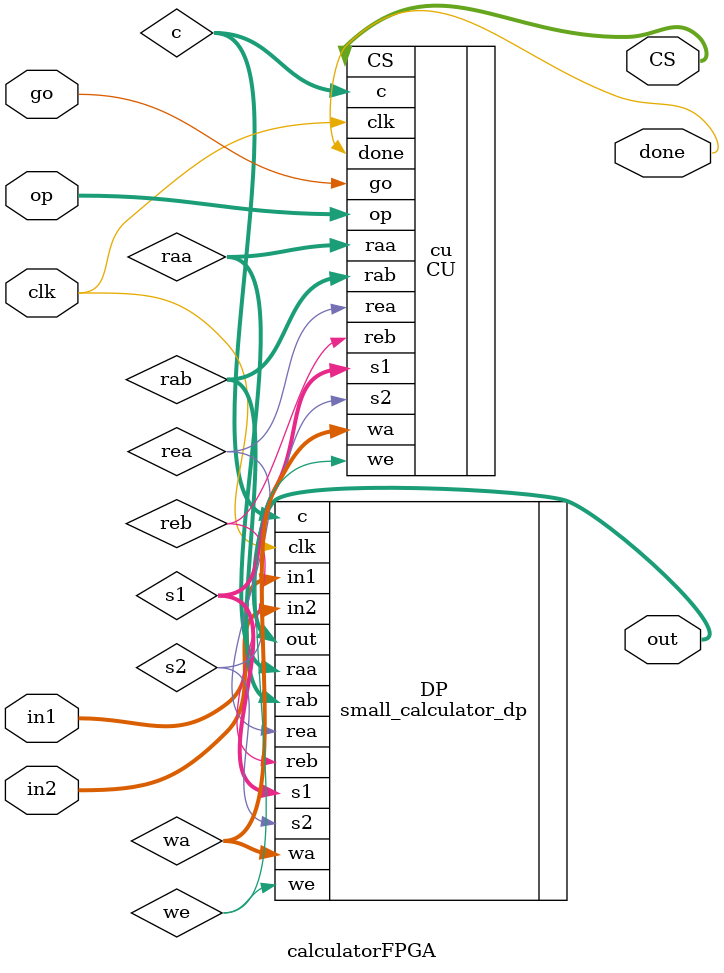
<source format=v>
`timescale 1ns / 1ps


module calculatorFPGA(input go,
                      input [1:0] op,
                      input clk,
                      input [3:0] in1,in2,
                      output [3:0] CS,
                      output done,
                      output [3:0] out
    );
    
    wire [1:0] s1, wa, c, raa, rab;
    wire we, rea, reb, s2;
    
    CU cu(.go(go),
          .op(op),
          .clk(clk),
          .done(done),
          .CS(CS),
          .s1(s1),
          .wa(wa),
          .c(c),
          .raa(raa),
          .rab(rab),
          .we(we),
          .rea(rea),
          .reb(reb),
          .s2(s2));
    small_calculator_dp DP(.clk(clk),
                           .in1(in1),
                           .in2(in2),
                           .s1(s1),
                           .wa(wa),
                           .raa(raa),
                           .rab(rab),
                           .c(c),
                           .we(we),
                           .rea(rea),
                           .reb(reb),
                           .s2(s2),
                           .out(out));
          
endmodule

</source>
